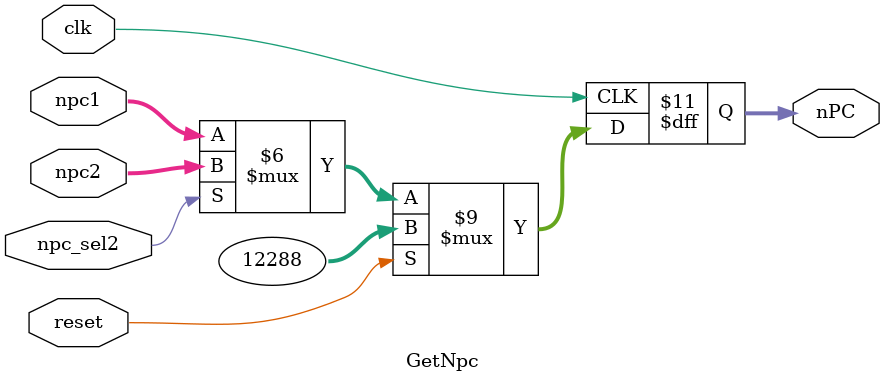
<source format=v>
`timescale 1ns / 1ps
module GetNpc(npc1,npc2,npc_sel2,reset,clk,nPC);
	input [31:0]npc1;
	input  [31:0] npc2;
	input npc_sel2;
	input reset;
	input clk;
	output reg [31:0] nPC ;
	initial nPC=32'h00003000;
	
	always@(posedge clk) begin
		if(reset==1) nPC<=32'h00003000;
		else begin
			if(npc_sel2==1) nPC<=npc2;
			else nPC<=npc1;
		end
	end


endmodule

</source>
